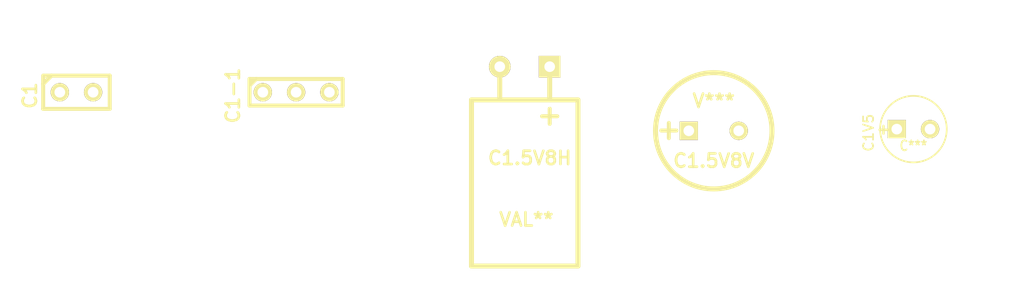
<source format=kicad_pcb>
(kicad_pcb (version 3) (host pcbnew "(2013-02-27 BZR 3976)-stable")

  (general
    (links 0)
    (no_connects 0)
    (area 0 0 0 0)
    (thickness 1.6)
    (drawings 14)
    (tracks 0)
    (zones 0)
    (modules 5)
    (nets 1)
  )

  (page A)
  (layers
    (15 F.Cu signal)
    (0 B.Cu signal)
    (16 B.Adhes user)
    (17 F.Adhes user)
    (18 B.Paste user)
    (19 F.Paste user)
    (20 B.SilkS user)
    (21 F.SilkS user)
    (22 B.Mask user)
    (23 F.Mask user)
    (24 Dwgs.User user)
    (25 Cmts.User user)
    (26 Eco1.User user)
    (27 Eco2.User user)
    (28 Edge.Cuts user)
  )

  (setup
    (last_trace_width 0.254)
    (trace_clearance 0.254)
    (zone_clearance 0.508)
    (zone_45_only no)
    (trace_min 0.254)
    (segment_width 0.2)
    (edge_width 0.15)
    (via_size 0.889)
    (via_drill 0.635)
    (via_min_size 0.889)
    (via_min_drill 0.508)
    (uvia_size 0.508)
    (uvia_drill 0.127)
    (uvias_allowed no)
    (uvia_min_size 0.508)
    (uvia_min_drill 0.127)
    (pcb_text_width 0.3)
    (pcb_text_size 1.5 1.5)
    (mod_edge_width 0.15)
    (mod_text_size 1.5 1.5)
    (mod_text_width 0.15)
    (pad_size 1.524 1.524)
    (pad_drill 0.762)
    (pad_to_mask_clearance 0.2)
    (aux_axis_origin 0 0)
    (visible_elements FFFFFFBF)
    (pcbplotparams
      (layerselection 3178497)
      (usegerberextensions true)
      (excludeedgelayer true)
      (linewidth 100000)
      (plotframeref false)
      (viasonmask false)
      (mode 1)
      (useauxorigin false)
      (hpglpennumber 1)
      (hpglpenspeed 20)
      (hpglpendiameter 15)
      (hpglpenoverlay 2)
      (psnegative false)
      (psa4output false)
      (plotreference true)
      (plotvalue true)
      (plotothertext true)
      (plotinvisibletext false)
      (padsonsilk false)
      (subtractmaskfromsilk false)
      (outputformat 1)
      (mirror false)
      (drillshape 1)
      (scaleselection 1)
      (outputdirectory ""))
  )

  (net 0 "")

  (net_class Default "This is the default net class."
    (clearance 0.254)
    (trace_width 0.254)
    (via_dia 0.889)
    (via_drill 0.635)
    (uvia_dia 0.508)
    (uvia_drill 0.127)
    (add_net "")
  )

  (module C1 (layer F.Cu) (tedit 513E1250) (tstamp 513E1D63)
    (at 19.029 20.452)
    (descr "Condensateur e = 1 pas")
    (tags C)
    (fp_text reference C1 (at -3.556 0.254 90) (layer F.SilkS)
      (effects (font (size 1.016 1.016) (thickness 0.2032)))
    )
    (fp_text value V*** (at 0 -2.286) (layer F.SilkS) hide
      (effects (font (size 1.016 1.016) (thickness 0.2032)))
    )
    (fp_line (start -2.4892 -1.27) (end 2.54 -1.27) (layer F.SilkS) (width 0.3048))
    (fp_line (start 2.54 -1.27) (end 2.54 1.27) (layer F.SilkS) (width 0.3048))
    (fp_line (start 2.54 1.27) (end -2.54 1.27) (layer F.SilkS) (width 0.3048))
    (fp_line (start -2.54 1.27) (end -2.54 -1.27) (layer F.SilkS) (width 0.3048))
    (fp_line (start -2.54 -0.635) (end -1.905 -1.27) (layer F.SilkS) (width 0.3048))
    (pad 1 thru_hole circle (at -1.27 0) (size 1.397 1.397) (drill 0.8128)
      (layers *.Cu *.Mask F.SilkS)
    )
    (pad 2 thru_hole circle (at 1.27 0) (size 1.397 1.397) (drill 0.8128)
      (layers *.Cu *.Mask F.SilkS)
    )
    (model discret/capa_1_pas.wrl
      (at (xyz 0 0 0))
      (scale (xyz 1 1 1))
      (rotate (xyz 0 0 0))
    )
  )

  (module C1-1 (layer F.Cu) (tedit 513E124A) (tstamp 513E2379)
    (at 35.793 20.452)
    (descr "Condensateur e = 1 ou 2 pas")
    (tags C)
    (fp_text reference C1-1 (at -4.826 0.254 90) (layer F.SilkS)
      (effects (font (size 1.016 1.016) (thickness 0.2032)))
    )
    (fp_text value C*** (at 0 2.032) (layer F.SilkS) hide
      (effects (font (size 1.016 1.016) (thickness 0.2032)))
    )
    (fp_line (start -3.556 -1.016) (end 3.556 -1.016) (layer F.SilkS) (width 0.3048))
    (fp_line (start 3.556 -1.016) (end 3.556 1.016) (layer F.SilkS) (width 0.3048))
    (fp_line (start 3.556 1.016) (end -3.556 1.016) (layer F.SilkS) (width 0.3048))
    (fp_line (start -3.556 1.016) (end -3.556 -1.016) (layer F.SilkS) (width 0.3048))
    (fp_line (start -3.556 -0.508) (end -3.048 -1.016) (layer F.SilkS) (width 0.3048))
    (pad 1 thru_hole circle (at -2.54 0) (size 1.397 1.397) (drill 0.8128)
      (layers *.Cu *.Mask F.SilkS)
    )
    (pad 2 thru_hole circle (at 2.54 0) (size 1.397 1.397) (drill 0.8128)
      (layers *.Cu *.Mask F.SilkS)
    )
    (pad 2 thru_hole circle (at 0 0) (size 1.397 1.397) (drill 0.8128)
      (layers *.Cu *.Mask F.SilkS)
    )
    (model discret/capa_2pas_5x5mm.wrl
      (at (xyz 0 0 0))
      (scale (xyz 1 1 1))
      (rotate (xyz 0 0 0))
    )
  )

  (module C1.5V8H (layer F.Cu) (tedit 41AF2D97) (tstamp 513E299F)
    (at 53.2428 18.4962)
    (fp_text reference C1.5V8H (at 0.381 6.985) (layer F.SilkS)
      (effects (font (size 1.016 1.016) (thickness 0.2032)))
    )
    (fp_text value VAL** (at 0.127 11.684) (layer F.SilkS)
      (effects (font (size 1.016 1.016) (thickness 0.2032)))
    )
    (fp_text user + (at 1.905 3.683) (layer F.SilkS)
      (effects (font (size 1.524 1.524) (thickness 0.3048)))
    )
    (fp_line (start -4.064 15.24) (end 4.064 15.24) (layer F.SilkS) (width 0.381))
    (fp_line (start 4.064 2.54) (end -4.064 2.54) (layer F.SilkS) (width 0.381))
    (fp_line (start -4.064 2.54) (end -4.064 15.24) (layer F.SilkS) (width 0.381))
    (fp_line (start 4.064 2.54) (end 4.064 15.24) (layer F.SilkS) (width 0.381))
    (fp_line (start -1.905 0) (end -1.905 2.54) (layer F.SilkS) (width 0.381))
    (fp_line (start 1.905 0) (end 1.905 2.54) (layer F.SilkS) (width 0.381))
    (pad 1 thru_hole rect (at 1.905 0) (size 1.651 1.651) (drill 0.8128)
      (layers *.Cu *.Mask F.SilkS)
    )
    (pad 2 thru_hole circle (at -1.905 0) (size 1.651 1.651) (drill 0.8128)
      (layers *.Cu *.Mask F.SilkS)
    )
    (model discret/c_horiz_c1v7.wrl
      (at (xyz 0 0 0))
      (scale (xyz 1.5 1.5 1.5))
      (rotate (xyz 0 0 0))
    )
  )

  (module C1.5V8V (layer F.Cu) (tedit 4512B232) (tstamp 513E2FA7)
    (at 67.67 23.3984)
    (fp_text reference C1.5V8V (at 0 2.286) (layer F.SilkS)
      (effects (font (size 1.016 1.016) (thickness 0.2032)))
    )
    (fp_text value V*** (at 0 -2.286) (layer F.SilkS)
      (effects (font (size 1.016 1.016) (thickness 0.2032)))
    )
    (fp_text user + (at -3.429 -0.127) (layer F.SilkS)
      (effects (font (size 1.524 1.524) (thickness 0.3048)))
    )
    (fp_circle (center 0 0) (end 0 4.445) (layer F.SilkS) (width 0.381))
    (pad 1 thru_hole rect (at -1.905 0) (size 1.397 1.397) (drill 0.8128)
      (layers *.Cu *.Mask F.SilkS)
    )
    (pad 2 thru_hole circle (at 1.905 0) (size 1.397 1.397) (drill 0.8128)
      (layers *.Cu *.Mask F.SilkS)
    )
    (model discret/c_vert_c1v8.wrl
      (at (xyz 0 0 0))
      (scale (xyz 1.5 1.5 1))
      (rotate (xyz 0 0 0))
    )
  )

  (module C1V5 (layer F.Cu) (tedit 513E13B8) (tstamp 513E35CD)
    (at 82.91 23.2714)
    (descr "Condensateur e = 1 pas")
    (tags C)
    (fp_text reference C1V5 (at -3.429 0.2794 90) (layer F.SilkS)
      (effects (font (size 0.762 0.762) (thickness 0.127)))
    )
    (fp_text value C*** (at 0 1.27) (layer F.SilkS)
      (effects (font (size 0.762 0.635) (thickness 0.127)))
    )
    (fp_text user + (at -2.286 0) (layer F.SilkS)
      (effects (font (size 0.762 0.762) (thickness 0.2032)))
    )
    (fp_circle (center 0 0) (end 0.127 -2.54) (layer F.SilkS) (width 0.127))
    (pad 1 thru_hole rect (at -1.27 0) (size 1.397 1.397) (drill 0.8128)
      (layers *.Cu *.Mask F.SilkS)
    )
    (pad 2 thru_hole circle (at 1.27 0) (size 1.397 1.397) (drill 0.8128)
      (layers *.Cu *.Mask F.SilkS)
    )
    (model discret/c_vert_c1v5.wrl
      (at (xyz 0 0 0))
      (scale (xyz 1 1 1))
      (rotate (xyz 0 0 0))
    )
  )

  (dimension 2.540508 (width 0.3) (layer Dwgs.User)
    (gr_text "0.1000 in" (at 83.067314 16.650221 358.8542372) (layer Dwgs.User)
      (effects (font (size 1.5 1.5) (thickness 0.3)))
    )
    (feature1 (pts (xy 81.6654 23.2206) (xy 81.824309 15.275091)))
    (feature2 (pts (xy 84.2054 23.2714) (xy 84.364309 15.325891)))
    (crossbar (pts (xy 84.31032 18.025351) (xy 81.77032 17.974551)))
    (arrow1a (pts (xy 81.77032 17.974551) (xy 82.908324 17.410774)))
    (arrow1b (pts (xy 81.77032 17.974551) (xy 82.884872 18.58338)))
    (arrow2a (pts (xy 84.31032 18.025351) (xy 83.195768 17.416522)))
    (arrow2b (pts (xy 84.31032 18.025351) (xy 83.172316 18.589128)))
  )
  (dimension 5.080254 (width 0.3) (layer Dwgs.User)
    (gr_text "0.2000 in" (at 88.675788 23.329057 89.4270613) (layer Dwgs.User)
      (effects (font (size 1.5 1.5) (thickness 0.3)))
    )
    (feature1 (pts (xy 82.8846 25.8114) (xy 90.000321 25.882556)))
    (feature2 (pts (xy 82.9354 20.7314) (xy 90.051121 20.802556)))
    (crossbar (pts (xy 87.351256 20.775558) (xy 87.300456 25.855558)))
    (arrow1a (pts (xy 87.300456 25.855558) (xy 86.72533 24.723247)))
    (arrow1b (pts (xy 87.300456 25.855558) (xy 87.898111 24.734975)))
    (arrow2a (pts (xy 87.351256 20.775558) (xy 86.753601 21.896141)))
    (arrow2b (pts (xy 87.351256 20.775558) (xy 87.926382 21.907869)))
  )
  (dimension 3.810339 (width 0.3) (layer Dwgs.User)
    (gr_text "0.1500 in" (at 67.566919 15.641743 0.7638984609) (layer Dwgs.User)
      (effects (font (size 1.5 1.5) (thickness 0.3)))
    )
    (feature1 (pts (xy 65.765 23.3984) (xy 65.643921 14.317264)))
    (feature2 (pts (xy 69.575 23.3476) (xy 69.453921 14.266464)))
    (crossbar (pts (xy 69.489917 16.966223) (xy 65.679917 17.017023)))
    (arrow1a (pts (xy 65.679917 17.017023) (xy 66.798502 16.415636)))
    (arrow1b (pts (xy 65.679917 17.017023) (xy 66.814138 17.588372)))
    (arrow2a (pts (xy 69.489917 16.966223) (xy 68.355696 16.394874)))
    (arrow2b (pts (xy 69.489917 16.966223) (xy 68.371332 17.56761)))
  )
  (dimension 8.788437 (width 0.3) (layer Dwgs.User)
    (gr_text "0.3460 in" (at 74.926105 23.394007 89.83440572) (layer Dwgs.User)
      (effects (font (size 1.5 1.5) (thickness 0.3)))
    )
    (feature1 (pts (xy 67.6446 27.7672) (xy 76.263399 27.792109)))
    (feature2 (pts (xy 67.67 18.9788) (xy 76.288799 19.003709)))
    (crossbar (pts (xy 73.588811 18.995906) (xy 73.563411 27.784306)))
    (arrow1a (pts (xy 73.563411 27.784306) (xy 72.980249 26.656113)))
    (arrow1b (pts (xy 73.563411 27.784306) (xy 74.153085 26.659502)))
    (arrow2a (pts (xy 73.588811 18.995906) (xy 72.999137 20.12071)))
    (arrow2b (pts (xy 73.588811 18.995906) (xy 74.171973 20.124099)))
  )
  (dimension 15.138485 (width 0.3) (layer Dwgs.User)
    (gr_text "0.5960 in" (at 60.359911 26.108374 89.80773301) (layer Dwgs.User)
      (effects (font (size 1.5 1.5) (thickness 0.3)))
    )
    (feature1 (pts (xy 55.097 33.66) (xy 61.684503 33.682104)))
    (feature2 (pts (xy 55.1478 18.5216) (xy 61.735303 18.543704)))
    (crossbar (pts (xy 59.035319 18.534644) (xy 58.984519 33.673044)))
    (arrow1a (pts (xy 58.984519 33.673044) (xy 58.401882 32.544579)))
    (arrow1b (pts (xy 58.984519 33.673044) (xy 59.574716 32.548515)))
    (arrow2a (pts (xy 59.035319 18.534644) (xy 58.445122 19.659173)))
    (arrow2b (pts (xy 59.035319 18.534644) (xy 59.617956 19.663109)))
  )
  (dimension 8.07736 (width 0.3) (layer Dwgs.User)
    (gr_text "0.3180 in" (at 53.248362 36.865219 359.6396539) (layer Dwgs.User)
      (effects (font (size 1.5 1.5) (thickness 0.3)))
    )
    (feature1 (pts (xy 57.3068 33.7362) (xy 57.278472 38.240592)))
    (feature2 (pts (xy 49.2296 33.6854) (xy 49.201272 38.189792)))
    (crossbar (pts (xy 49.218252 35.489846) (xy 57.295452 35.540646)))
    (arrow1a (pts (xy 57.295452 35.540646) (xy 56.165283 36.11997)))
    (arrow1b (pts (xy 57.295452 35.540646) (xy 56.172659 34.947153)))
    (arrow2a (pts (xy 49.218252 35.489846) (xy 50.341045 36.083339)))
    (arrow2b (pts (xy 49.218252 35.489846) (xy 50.348421 34.910522)))
  )
  (dimension 12.674625 (width 0.3) (layer Dwgs.User)
    (gr_text "0.4990 in" (at 46.647912 27.378546 270.114821) (layer Dwgs.User)
      (effects (font (size 1.5 1.5) (thickness 0.3)))
    )
    (feature1 (pts (xy 49.1534 21.0362) (xy 45.285215 21.043951)))
    (feature2 (pts (xy 49.1788 33.7108) (xy 45.310615 33.718551)))
    (crossbar (pts (xy 48.010609 33.713141) (xy 47.985209 21.038541)))
    (arrow1a (pts (xy 47.985209 21.038541) (xy 48.573886 22.163867)))
    (arrow1b (pts (xy 47.985209 21.038541) (xy 47.401047 22.166217)))
    (arrow2a (pts (xy 48.010609 33.713141) (xy 48.594771 32.585465)))
    (arrow2b (pts (xy 48.010609 33.713141) (xy 47.421932 32.587815)))
  )
  (dimension 3.810085 (width 0.3) (layer Dwgs.User)
    (gr_text "0.1500 in" (at 53.226851 15.252961 0.3819662047) (layer Dwgs.User)
      (effects (font (size 1.5 1.5) (thickness 0.3)))
    )
    (feature1 (pts (xy 55.1478 17.6326) (xy 55.122852 13.890292)))
    (feature2 (pts (xy 51.3378 17.658) (xy 51.312852 13.915692)))
    (crossbar (pts (xy 51.330851 16.615631) (xy 55.140851 16.590231)))
    (arrow1a (pts (xy 55.140851 16.590231) (xy 54.018282 17.184148)))
    (arrow1b (pts (xy 55.140851 16.590231) (xy 54.010463 16.011334)))
    (arrow2a (pts (xy 51.330851 16.615631) (xy 52.461239 17.194528)))
    (arrow2b (pts (xy 51.330851 16.615631) (xy 52.45342 16.021714)))
  )
  (dimension 2.54 (width 0.3) (layer Dwgs.User)
    (gr_text "0.1000 in" (at 34.523 25.357999) (layer Dwgs.User)
      (effects (font (size 1.5 1.5) (thickness 0.3)))
    )
    (feature1 (pts (xy 35.793 20.452) (xy 35.793 26.707999)))
    (feature2 (pts (xy 33.253 20.452) (xy 33.253 26.707999)))
    (crossbar (pts (xy 33.253 24.007999) (xy 35.793 24.007999)))
    (arrow1a (pts (xy 35.793 24.007999) (xy 34.666497 24.594419)))
    (arrow1b (pts (xy 35.793 24.007999) (xy 34.666497 23.421579)))
    (arrow2a (pts (xy 33.253 24.007999) (xy 34.379503 24.594419)))
    (arrow2b (pts (xy 33.253 24.007999) (xy 34.379503 23.421579)))
  )
  (dimension 7.112 (width 0.3) (layer Dwgs.User)
    (gr_text "0.2800 in" (at 35.793 15.800001) (layer Dwgs.User)
      (effects (font (size 1.5 1.5) (thickness 0.3)))
    )
    (feature1 (pts (xy 32.237 19.436) (xy 32.237 14.450001)))
    (feature2 (pts (xy 39.349 19.436) (xy 39.349 14.450001)))
    (crossbar (pts (xy 39.349 17.150001) (xy 32.237 17.150001)))
    (arrow1a (pts (xy 32.237 17.150001) (xy 33.363503 16.563581)))
    (arrow1b (pts (xy 32.237 17.150001) (xy 33.363503 17.736421)))
    (arrow2a (pts (xy 39.349 17.150001) (xy 38.222497 16.563581)))
    (arrow2b (pts (xy 39.349 17.150001) (xy 38.222497 17.736421)))
  )
  (dimension 2.032 (width 0.3) (layer Dwgs.User)
    (gr_text "0.0800 in" (at 42.731 20.452 90) (layer Dwgs.User)
      (effects (font (size 1.5 1.5) (thickness 0.3)))
    )
    (feature1 (pts (xy 39.349 19.436) (xy 44.081 19.436)))
    (feature2 (pts (xy 39.349 21.468) (xy 44.081 21.468)))
    (crossbar (pts (xy 41.381 21.468) (xy 41.381 19.436)))
    (arrow1a (pts (xy 41.381 19.436) (xy 41.96742 20.562503)))
    (arrow1b (pts (xy 41.381 19.436) (xy 40.79458 20.562503)))
    (arrow2a (pts (xy 41.381 21.468) (xy 41.96742 20.341497)))
    (arrow2b (pts (xy 41.381 21.468) (xy 40.79458 20.341497)))
  )
  (dimension 5.08 (width 0.3) (layer Dwgs.User)
    (gr_text "0.2000 in" (at 19.029 15.546001) (layer Dwgs.User)
      (effects (font (size 1.5 1.5) (thickness 0.3)))
    )
    (feature1 (pts (xy 16.489 19.182) (xy 16.489 14.196001)))
    (feature2 (pts (xy 21.569 19.182) (xy 21.569 14.196001)))
    (crossbar (pts (xy 21.569 16.896001) (xy 16.489 16.896001)))
    (arrow1a (pts (xy 16.489 16.896001) (xy 17.615503 16.309581)))
    (arrow1b (pts (xy 16.489 16.896001) (xy 17.615503 17.482421)))
    (arrow2a (pts (xy 21.569 16.896001) (xy 20.442497 16.309581)))
    (arrow2b (pts (xy 21.569 16.896001) (xy 20.442497 17.482421)))
  )
  (dimension 2.54 (width 0.3) (layer Dwgs.User)
    (gr_text "0.1000 in" (at 25.713 20.452 90) (layer Dwgs.User)
      (effects (font (size 1.5 1.5) (thickness 0.3)))
    )
    (feature1 (pts (xy 21.569 19.182) (xy 27.063 19.182)))
    (feature2 (pts (xy 21.569 21.722) (xy 27.063 21.722)))
    (crossbar (pts (xy 24.363 21.722) (xy 24.363 19.182)))
    (arrow1a (pts (xy 24.363 19.182) (xy 24.94942 20.308503)))
    (arrow1b (pts (xy 24.363 19.182) (xy 23.77658 20.308503)))
    (arrow2a (pts (xy 24.363 21.722) (xy 24.94942 20.595497)))
    (arrow2b (pts (xy 24.363 21.722) (xy 23.77658 20.595497)))
  )
  (dimension 2.54 (width 0.3) (layer Dwgs.User)
    (gr_text "0.1000 in" (at 19.029 24.087999) (layer Dwgs.User)
      (effects (font (size 1.5 1.5) (thickness 0.3)))
    )
    (feature1 (pts (xy 20.299 20.452) (xy 20.299 25.437999)))
    (feature2 (pts (xy 17.759 20.452) (xy 17.759 25.437999)))
    (crossbar (pts (xy 17.759 22.737999) (xy 20.299 22.737999)))
    (arrow1a (pts (xy 20.299 22.737999) (xy 19.172497 23.324419)))
    (arrow1b (pts (xy 20.299 22.737999) (xy 19.172497 22.151579)))
    (arrow2a (pts (xy 17.759 22.737999) (xy 18.885503 23.324419)))
    (arrow2b (pts (xy 17.759 22.737999) (xy 18.885503 22.151579)))
  )

)

</source>
